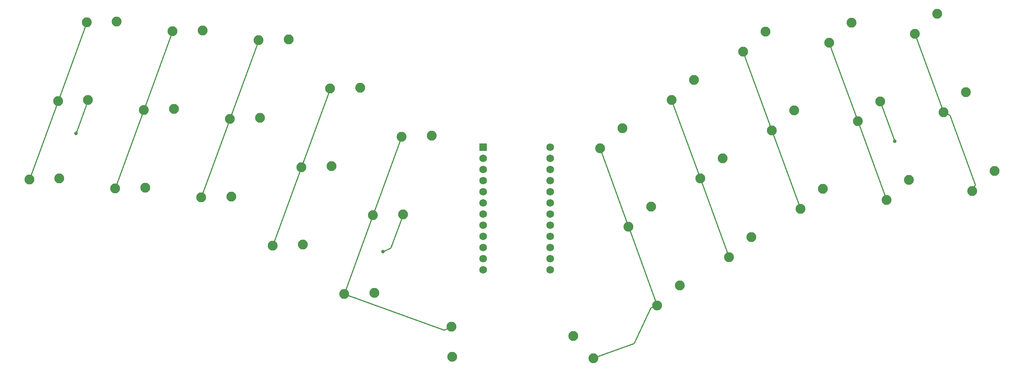
<source format=gbr>
G04 #@! TF.GenerationSoftware,KiCad,Pcbnew,(5.1.4)-1*
G04 #@! TF.CreationDate,2021-01-09T12:31:01-07:00*
G04 #@! TF.ProjectId,CS30 Ergo 3,43533330-2045-4726-976f-20332e6b6963,rev?*
G04 #@! TF.SameCoordinates,Original*
G04 #@! TF.FileFunction,Copper,L1,Top*
G04 #@! TF.FilePolarity,Positive*
%FSLAX46Y46*%
G04 Gerber Fmt 4.6, Leading zero omitted, Abs format (unit mm)*
G04 Created by KiCad (PCBNEW (5.1.4)-1) date 2021-01-09 12:31:01*
%MOMM*%
%LPD*%
G04 APERTURE LIST*
%ADD10C,2.250000*%
%ADD11R,1.752600X1.752600*%
%ADD12C,1.752600*%
%ADD13C,0.800000*%
%ADD14C,0.250000*%
G04 APERTURE END LIST*
D10*
X128039086Y-112664912D03*
X128254077Y-119500692D03*
X179952607Y-103218529D03*
X174854290Y-107777176D03*
X155759660Y-114727053D03*
X160318307Y-119825370D03*
X246459168Y-81715132D03*
X251557485Y-77156485D03*
X207398973Y-85795544D03*
X212497290Y-81236897D03*
X191126632Y-96786360D03*
X196224949Y-92227713D03*
X226929071Y-83755338D03*
X232027388Y-79196691D03*
X220413560Y-65854118D03*
X225511877Y-61295471D03*
X239943657Y-63813912D03*
X245041974Y-59255265D03*
X178095609Y-60983921D03*
X183193926Y-56425274D03*
X184611121Y-78885140D03*
X189709438Y-74326493D03*
X168338779Y-89875956D03*
X173437096Y-85317309D03*
X200883462Y-67894323D03*
X205981779Y-63335676D03*
X233428148Y-45912692D03*
X238526465Y-41354045D03*
X194367952Y-49993106D03*
X199466269Y-45434459D03*
X213898049Y-47952899D03*
X218996366Y-43394252D03*
X161823268Y-71974737D03*
X166921585Y-67416090D03*
X110251965Y-87269765D03*
X117087745Y-87054774D03*
D11*
X135255600Y-71755360D03*
D12*
X135255600Y-74295360D03*
X135255600Y-76835360D03*
X135255600Y-79375360D03*
X135255600Y-81915360D03*
X135255600Y-84455360D03*
X135255600Y-86995360D03*
X135255600Y-89535360D03*
X135255600Y-92075360D03*
X135255600Y-94615360D03*
X135255600Y-97155360D03*
X150495600Y-99695360D03*
X150495600Y-97155360D03*
X150495600Y-94615360D03*
X150495600Y-92075360D03*
X150495600Y-89535360D03*
X150495600Y-86995360D03*
X150495600Y-84455360D03*
X150495600Y-81915360D03*
X150495600Y-79375360D03*
X150495600Y-76835360D03*
X150495600Y-74295360D03*
X135255600Y-99695360D03*
X150495600Y-71755360D03*
D10*
X103736452Y-105170983D03*
X110572232Y-104955992D03*
X87464112Y-94180168D03*
X94299892Y-93965177D03*
X71191769Y-83189350D03*
X78027549Y-82974359D03*
X51661671Y-81149145D03*
X58497451Y-80934154D03*
X32131574Y-79108939D03*
X38967354Y-78893948D03*
X93979621Y-76278947D03*
X100815401Y-76063956D03*
X77707280Y-65288130D03*
X84543060Y-65073139D03*
X58177182Y-63247925D03*
X65012962Y-63032934D03*
X38647085Y-61207720D03*
X45482865Y-60992729D03*
X116767474Y-69368544D03*
X123603254Y-69153553D03*
X100495133Y-58377728D03*
X107330913Y-58162737D03*
X84222790Y-47386913D03*
X91058570Y-47171922D03*
X64692693Y-45346706D03*
X71528473Y-45131715D03*
X45162594Y-43306499D03*
X51998374Y-43091508D03*
D13*
X42711639Y-68606607D03*
X112510712Y-95510712D03*
X228813233Y-70365873D03*
D14*
X44938714Y-62487770D02*
X45482864Y-60992729D01*
X42711639Y-68606607D02*
X44938714Y-62487770D01*
X116543594Y-88549815D02*
X117087744Y-87054774D01*
X114316520Y-94668649D02*
X116543594Y-88549815D01*
X112510712Y-95510712D02*
X114316520Y-94668649D01*
X225511877Y-61295473D02*
X228813233Y-70365873D01*
X38647084Y-61207716D02*
X38647085Y-61207720D01*
X45162594Y-43306499D02*
X38647084Y-61207716D01*
X38647085Y-61207720D02*
X32131574Y-79108939D01*
X64692694Y-45346706D02*
X58177183Y-63247925D01*
X58177183Y-63247925D02*
X51661671Y-81149145D01*
X83678640Y-48881954D02*
X77707280Y-65288131D01*
X84222791Y-47386913D02*
X83678640Y-48881954D01*
X77163129Y-66783173D02*
X71191769Y-83189350D01*
X77707280Y-65288131D02*
X77163129Y-66783173D01*
X99950982Y-59872769D02*
X93979622Y-76278947D01*
X100495133Y-58377728D02*
X99950982Y-59872769D01*
X87464111Y-94180165D02*
X87464113Y-94180168D01*
X93979622Y-76278947D02*
X87464111Y-94180165D01*
X110251964Y-87269762D02*
X110251965Y-87269765D01*
X116767475Y-69368544D02*
X110251964Y-87269762D01*
X103736455Y-105170982D02*
X103736452Y-105170983D01*
X110251965Y-87269765D02*
X103736455Y-105170982D01*
X126411311Y-113423956D02*
X128039086Y-112664912D01*
X103736452Y-105170983D02*
X126411311Y-113423956D01*
X173359248Y-108321327D02*
X169564028Y-116460203D01*
X174854290Y-107777177D02*
X173359248Y-108321327D01*
X168882929Y-91370998D02*
X174854290Y-107777177D01*
X168338779Y-89875957D02*
X168882929Y-91370998D01*
X161823268Y-71974737D02*
X162367418Y-73469779D01*
X162367418Y-73469779D02*
X168338779Y-89875957D01*
X169564028Y-116460203D02*
X161813349Y-119281220D01*
X161813349Y-119281220D02*
X160318308Y-119825370D01*
X178639760Y-62478963D02*
X184611120Y-78885141D01*
X178095609Y-60983921D02*
X178639760Y-62478963D01*
X184611120Y-78885141D02*
X191126632Y-96786361D01*
X194912102Y-51488148D02*
X200883462Y-67894325D01*
X194367952Y-49993106D02*
X194912102Y-51488148D01*
X200883462Y-67894325D02*
X207398972Y-85795545D01*
X214442199Y-49447941D02*
X220413560Y-65854119D01*
X213898049Y-47952899D02*
X214442199Y-49447941D01*
X220413560Y-65854119D02*
X226929071Y-83755338D01*
X239943658Y-63813910D02*
X239943657Y-63813913D01*
X233428148Y-45912692D02*
X239943658Y-63813910D01*
X247131549Y-80273207D02*
X246459168Y-81715132D01*
X241385584Y-64486293D02*
X247131549Y-80273207D01*
X239943657Y-63813913D02*
X241385584Y-64486293D01*
M02*

</source>
